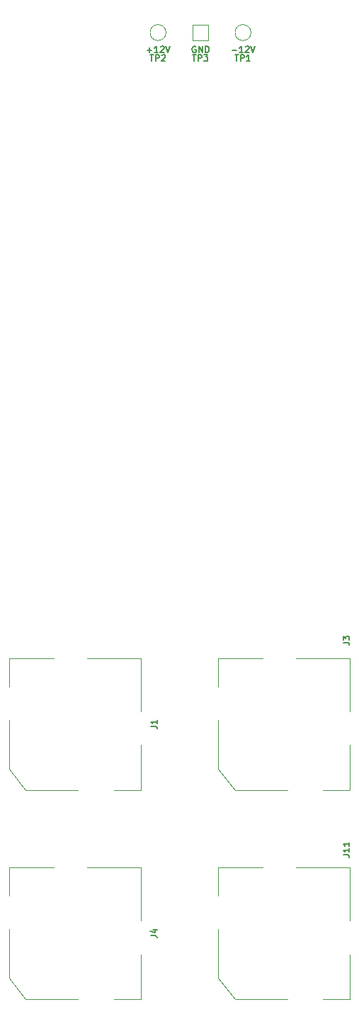
<source format=gto>
G04 #@! TF.GenerationSoftware,KiCad,Pcbnew,6.0.4-6f826c9f35~116~ubuntu20.04.1*
G04 #@! TF.CreationDate,2022-04-20T21:19:42-04:00*
G04 #@! TF.ProjectId,yash,79617368-2e6b-4696-9361-645f70636258,rev?*
G04 #@! TF.SameCoordinates,Original*
G04 #@! TF.FileFunction,Legend,Top*
G04 #@! TF.FilePolarity,Positive*
%FSLAX46Y46*%
G04 Gerber Fmt 4.6, Leading zero omitted, Abs format (unit mm)*
G04 Created by KiCad (PCBNEW 6.0.4-6f826c9f35~116~ubuntu20.04.1) date 2022-04-20 21:19:42*
%MOMM*%
%LPD*%
G01*
G04 APERTURE LIST*
%ADD10C,0.150000*%
%ADD11C,0.120000*%
G04 APERTURE END LIST*
D10*
G04 #@! TO.C,J11*
X119589285Y-145607142D02*
X120125000Y-145607142D01*
X120232142Y-145642857D01*
X120303571Y-145714285D01*
X120339285Y-145821428D01*
X120339285Y-145892857D01*
X120339285Y-144857142D02*
X120339285Y-145285714D01*
X120339285Y-145071428D02*
X119589285Y-145071428D01*
X119696428Y-145142857D01*
X119767857Y-145214285D01*
X119803571Y-145285714D01*
X120339285Y-144142857D02*
X120339285Y-144571428D01*
X120339285Y-144357142D02*
X119589285Y-144357142D01*
X119696428Y-144428571D01*
X119767857Y-144500000D01*
X119803571Y-144571428D01*
G04 #@! TO.C,TP3*
X101593571Y-50007285D02*
X102022142Y-50007285D01*
X101807857Y-50757285D02*
X101807857Y-50007285D01*
X102272142Y-50757285D02*
X102272142Y-50007285D01*
X102557857Y-50007285D01*
X102629285Y-50043000D01*
X102665000Y-50078714D01*
X102700714Y-50150142D01*
X102700714Y-50257285D01*
X102665000Y-50328714D01*
X102629285Y-50364428D01*
X102557857Y-50400142D01*
X102272142Y-50400142D01*
X102950714Y-50007285D02*
X103415000Y-50007285D01*
X103165000Y-50293000D01*
X103272142Y-50293000D01*
X103343571Y-50328714D01*
X103379285Y-50364428D01*
X103415000Y-50435857D01*
X103415000Y-50614428D01*
X103379285Y-50685857D01*
X103343571Y-50721571D01*
X103272142Y-50757285D01*
X103057857Y-50757285D01*
X102986428Y-50721571D01*
X102950714Y-50685857D01*
X101968571Y-49027000D02*
X101897142Y-48991285D01*
X101790000Y-48991285D01*
X101682857Y-49027000D01*
X101611428Y-49098428D01*
X101575714Y-49169857D01*
X101540000Y-49312714D01*
X101540000Y-49419857D01*
X101575714Y-49562714D01*
X101611428Y-49634142D01*
X101682857Y-49705571D01*
X101790000Y-49741285D01*
X101861428Y-49741285D01*
X101968571Y-49705571D01*
X102004285Y-49669857D01*
X102004285Y-49419857D01*
X101861428Y-49419857D01*
X102325714Y-49741285D02*
X102325714Y-48991285D01*
X102754285Y-49741285D01*
X102754285Y-48991285D01*
X103111428Y-49741285D02*
X103111428Y-48991285D01*
X103290000Y-48991285D01*
X103397142Y-49027000D01*
X103468571Y-49098428D01*
X103504285Y-49169857D01*
X103540000Y-49312714D01*
X103540000Y-49419857D01*
X103504285Y-49562714D01*
X103468571Y-49634142D01*
X103397142Y-49705571D01*
X103290000Y-49741285D01*
X103111428Y-49741285D01*
G04 #@! TO.C,TP2*
X96513571Y-50007285D02*
X96942142Y-50007285D01*
X96727857Y-50757285D02*
X96727857Y-50007285D01*
X97192142Y-50757285D02*
X97192142Y-50007285D01*
X97477857Y-50007285D01*
X97549285Y-50043000D01*
X97585000Y-50078714D01*
X97620714Y-50150142D01*
X97620714Y-50257285D01*
X97585000Y-50328714D01*
X97549285Y-50364428D01*
X97477857Y-50400142D01*
X97192142Y-50400142D01*
X97906428Y-50078714D02*
X97942142Y-50043000D01*
X98013571Y-50007285D01*
X98192142Y-50007285D01*
X98263571Y-50043000D01*
X98299285Y-50078714D01*
X98335000Y-50150142D01*
X98335000Y-50221571D01*
X98299285Y-50328714D01*
X97870714Y-50757285D01*
X98335000Y-50757285D01*
X96138571Y-49455571D02*
X96710000Y-49455571D01*
X96424285Y-49741285D02*
X96424285Y-49169857D01*
X97460000Y-49741285D02*
X97031428Y-49741285D01*
X97245714Y-49741285D02*
X97245714Y-48991285D01*
X97174285Y-49098428D01*
X97102857Y-49169857D01*
X97031428Y-49205571D01*
X97745714Y-49062714D02*
X97781428Y-49027000D01*
X97852857Y-48991285D01*
X98031428Y-48991285D01*
X98102857Y-49027000D01*
X98138571Y-49062714D01*
X98174285Y-49134142D01*
X98174285Y-49205571D01*
X98138571Y-49312714D01*
X97710000Y-49741285D01*
X98174285Y-49741285D01*
X98388571Y-48991285D02*
X98638571Y-49741285D01*
X98888571Y-48991285D01*
G04 #@! TO.C,J3*
X119589285Y-120250000D02*
X120125000Y-120250000D01*
X120232142Y-120285714D01*
X120303571Y-120357142D01*
X120339285Y-120464285D01*
X120339285Y-120535714D01*
X119589285Y-119964285D02*
X119589285Y-119500000D01*
X119875000Y-119750000D01*
X119875000Y-119642857D01*
X119910714Y-119571428D01*
X119946428Y-119535714D01*
X120017857Y-119500000D01*
X120196428Y-119500000D01*
X120267857Y-119535714D01*
X120303571Y-119571428D01*
X120339285Y-119642857D01*
X120339285Y-119857142D01*
X120303571Y-119928571D01*
X120267857Y-119964285D01*
G04 #@! TO.C,J1*
X96589285Y-130250000D02*
X97125000Y-130250000D01*
X97232142Y-130285714D01*
X97303571Y-130357142D01*
X97339285Y-130464285D01*
X97339285Y-130535714D01*
X97339285Y-129500000D02*
X97339285Y-129928571D01*
X97339285Y-129714285D02*
X96589285Y-129714285D01*
X96696428Y-129785714D01*
X96767857Y-129857142D01*
X96803571Y-129928571D01*
G04 #@! TO.C,J4*
X96589285Y-155250000D02*
X97125000Y-155250000D01*
X97232142Y-155285714D01*
X97303571Y-155357142D01*
X97339285Y-155464285D01*
X97339285Y-155535714D01*
X96839285Y-154571428D02*
X97339285Y-154571428D01*
X96553571Y-154750000D02*
X97089285Y-154928571D01*
X97089285Y-154464285D01*
G04 #@! TO.C,TP1*
X106673571Y-50007285D02*
X107102142Y-50007285D01*
X106887857Y-50757285D02*
X106887857Y-50007285D01*
X107352142Y-50757285D02*
X107352142Y-50007285D01*
X107637857Y-50007285D01*
X107709285Y-50043000D01*
X107745000Y-50078714D01*
X107780714Y-50150142D01*
X107780714Y-50257285D01*
X107745000Y-50328714D01*
X107709285Y-50364428D01*
X107637857Y-50400142D01*
X107352142Y-50400142D01*
X108495000Y-50757285D02*
X108066428Y-50757285D01*
X108280714Y-50757285D02*
X108280714Y-50007285D01*
X108209285Y-50114428D01*
X108137857Y-50185857D01*
X108066428Y-50221571D01*
X106298571Y-49455571D02*
X106870000Y-49455571D01*
X107620000Y-49741285D02*
X107191428Y-49741285D01*
X107405714Y-49741285D02*
X107405714Y-48991285D01*
X107334285Y-49098428D01*
X107262857Y-49169857D01*
X107191428Y-49205571D01*
X107905714Y-49062714D02*
X107941428Y-49027000D01*
X108012857Y-48991285D01*
X108191428Y-48991285D01*
X108262857Y-49027000D01*
X108298571Y-49062714D01*
X108334285Y-49134142D01*
X108334285Y-49205571D01*
X108298571Y-49312714D01*
X107870000Y-49741285D01*
X108334285Y-49741285D01*
X108548571Y-48991285D02*
X108798571Y-49741285D01*
X109048571Y-48991285D01*
D11*
G04 #@! TO.C,J11*
X114000000Y-147100000D02*
X120400000Y-147100000D01*
X120400000Y-147100000D02*
X120400000Y-153500000D01*
X106650000Y-162850000D02*
X104650000Y-160350000D01*
X120400000Y-157500000D02*
X120400000Y-162850000D01*
X112900000Y-162850000D02*
X106700000Y-162850000D01*
X120400000Y-162850000D02*
X117200000Y-162850000D01*
X104650000Y-147100000D02*
X110000000Y-147100000D01*
X106700000Y-162850000D02*
X106650000Y-162850000D01*
X104650000Y-150500000D02*
X104650000Y-147100000D01*
X104650000Y-160350000D02*
X104650000Y-154500000D01*
G04 #@! TO.C,TP3*
X103490000Y-46420000D02*
X103490000Y-48320000D01*
X103490000Y-48320000D02*
X101590000Y-48320000D01*
X101590000Y-48320000D02*
X101590000Y-46420000D01*
X101590000Y-46420000D02*
X103490000Y-46420000D01*
G04 #@! TO.C,TP2*
X98410000Y-47370000D02*
G75*
G03*
X98410000Y-47370000I-950000J0D01*
G01*
G04 #@! TO.C,J3*
X120400000Y-122100000D02*
X120400000Y-128500000D01*
X114000000Y-122100000D02*
X120400000Y-122100000D01*
X106650000Y-137850000D02*
X104650000Y-135350000D01*
X104650000Y-125500000D02*
X104650000Y-122100000D01*
X120400000Y-132500000D02*
X120400000Y-137850000D01*
X112900000Y-137850000D02*
X106700000Y-137850000D01*
X120400000Y-137850000D02*
X117200000Y-137850000D01*
X104650000Y-135350000D02*
X104650000Y-129500000D01*
X104650000Y-122100000D02*
X110000000Y-122100000D01*
X106700000Y-137850000D02*
X106650000Y-137850000D01*
G04 #@! TO.C,J1*
X95400000Y-122100000D02*
X95400000Y-128500000D01*
X79650000Y-122100000D02*
X85000000Y-122100000D01*
X95400000Y-132500000D02*
X95400000Y-137850000D01*
X81700000Y-137850000D02*
X81650000Y-137850000D01*
X79650000Y-135350000D02*
X79650000Y-129500000D01*
X89000000Y-122100000D02*
X95400000Y-122100000D01*
X95400000Y-137850000D02*
X92200000Y-137850000D01*
X81650000Y-137850000D02*
X79650000Y-135350000D01*
X87900000Y-137850000D02*
X81700000Y-137850000D01*
X79650000Y-125500000D02*
X79650000Y-122100000D01*
G04 #@! TO.C,J4*
X95400000Y-162850000D02*
X92200000Y-162850000D01*
X87900000Y-162850000D02*
X81700000Y-162850000D01*
X79650000Y-160350000D02*
X79650000Y-154500000D01*
X89000000Y-147100000D02*
X95400000Y-147100000D01*
X81700000Y-162850000D02*
X81650000Y-162850000D01*
X79650000Y-147100000D02*
X85000000Y-147100000D01*
X95400000Y-157500000D02*
X95400000Y-162850000D01*
X95400000Y-147100000D02*
X95400000Y-153500000D01*
X79650000Y-150500000D02*
X79650000Y-147100000D01*
X81650000Y-162850000D02*
X79650000Y-160350000D01*
G04 #@! TO.C,TP1*
X108570000Y-47370000D02*
G75*
G03*
X108570000Y-47370000I-950000J0D01*
G01*
G04 #@! TD*
M02*

</source>
